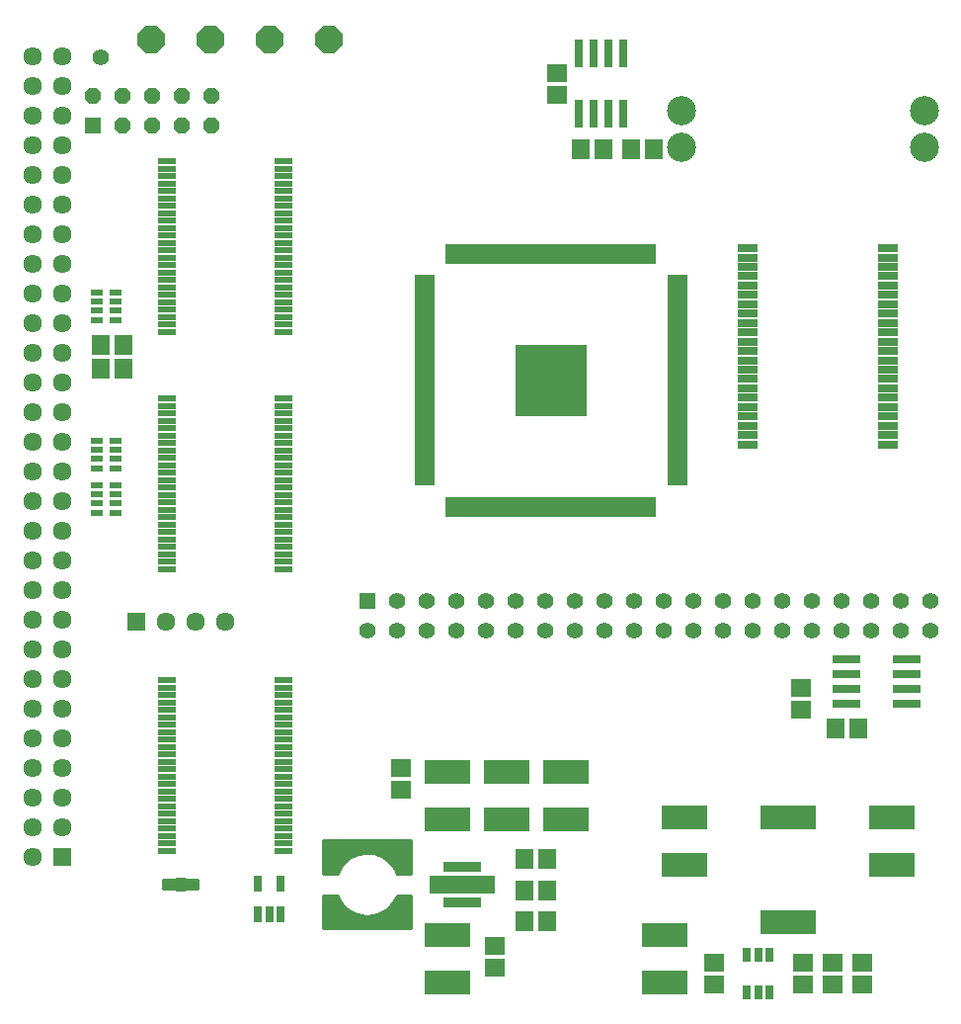
<source format=gts>
G75*
%MOIN*%
%OFA0B0*%
%FSLAX25Y25*%
%IPPOS*%
%LPD*%
%AMOC8*
5,1,8,0,0,1.08239X$1,22.5*
%
%ADD10C,0.09855*%
%ADD11R,0.06706X0.05918*%
%ADD12R,0.15367X0.07887*%
%ADD13R,0.06337X0.06337*%
%ADD14C,0.06337*%
%ADD15R,0.05918X0.02375*%
%ADD16R,0.03162X0.09461*%
%ADD17R,0.07099X0.01981*%
%ADD18R,0.01981X0.07099*%
%ADD19R,0.24000X0.24000*%
%ADD20R,0.03162X0.05131*%
%ADD21R,0.18910X0.07887*%
%ADD22R,0.05918X0.06706*%
%ADD23R,0.06706X0.02572*%
%ADD24R,0.05550X0.05550*%
%ADD25C,0.05550*%
%ADD26OC8,0.05550*%
%ADD27R,0.03937X0.02362*%
%ADD28R,0.02965X0.05524*%
%ADD29R,0.09461X0.03162*%
%ADD30C,0.01580*%
%ADD31OC8,0.09300*%
%ADD32C,0.01000*%
%ADD33R,0.13150X0.03465*%
%ADD34R,0.22000X0.06457*%
D10*
X0264055Y0308701D03*
X0264055Y0320906D03*
X0345945Y0320906D03*
X0345945Y0308701D03*
D11*
X0222000Y0326260D03*
X0222000Y0333740D03*
X0304500Y0126240D03*
X0304500Y0118760D03*
X0169500Y0099240D03*
X0169500Y0091760D03*
X0201000Y0039240D03*
X0201000Y0031760D03*
X0275000Y0033740D03*
X0275000Y0026260D03*
X0305000Y0026260D03*
X0315000Y0026260D03*
X0325000Y0026260D03*
X0325000Y0033740D03*
X0315000Y0033740D03*
X0305000Y0033740D03*
D12*
X0258500Y0026929D03*
X0258500Y0043071D03*
X0265000Y0066429D03*
X0265000Y0082571D03*
X0225000Y0081929D03*
X0205000Y0081929D03*
X0185000Y0081929D03*
X0185000Y0098071D03*
X0205000Y0098071D03*
X0225000Y0098071D03*
X0185000Y0043071D03*
X0185000Y0026929D03*
X0335000Y0066429D03*
X0335000Y0082571D03*
D13*
X0080000Y0148500D03*
X0055000Y0069173D03*
D14*
X0045000Y0069173D03*
X0045000Y0079173D03*
X0055000Y0079173D03*
X0055000Y0089173D03*
X0045000Y0089173D03*
X0045000Y0099173D03*
X0055000Y0099173D03*
X0055000Y0109173D03*
X0045000Y0109173D03*
X0045000Y0119173D03*
X0055000Y0119173D03*
X0055000Y0129173D03*
X0045000Y0129173D03*
X0045000Y0139173D03*
X0055000Y0139173D03*
X0055000Y0149173D03*
X0045000Y0149173D03*
X0045000Y0159173D03*
X0055000Y0159173D03*
X0055000Y0169173D03*
X0045000Y0169173D03*
X0045000Y0179173D03*
X0055000Y0179173D03*
X0055000Y0189173D03*
X0045000Y0189173D03*
X0045000Y0199173D03*
X0055000Y0199173D03*
X0055000Y0209173D03*
X0045000Y0209173D03*
X0045000Y0219173D03*
X0055000Y0219173D03*
X0055000Y0229173D03*
X0045000Y0229173D03*
X0045000Y0239173D03*
X0055000Y0239173D03*
X0055000Y0249173D03*
X0045000Y0249173D03*
X0045000Y0259173D03*
X0055000Y0259173D03*
X0055000Y0269173D03*
X0045000Y0269173D03*
X0045000Y0279173D03*
X0055000Y0279173D03*
X0055000Y0289173D03*
X0045000Y0289173D03*
X0045000Y0299173D03*
X0055000Y0299173D03*
X0055000Y0309173D03*
X0045000Y0309173D03*
X0045000Y0319173D03*
X0055000Y0319173D03*
X0055000Y0329173D03*
X0045000Y0329173D03*
X0045000Y0339173D03*
X0055000Y0339173D03*
X0090000Y0148500D03*
X0100000Y0148500D03*
X0110000Y0148500D03*
D15*
X0090394Y0166250D03*
X0090394Y0168750D03*
X0090394Y0171250D03*
X0090394Y0173750D03*
X0090394Y0176250D03*
X0090394Y0178750D03*
X0090394Y0181250D03*
X0090394Y0183750D03*
X0090394Y0186250D03*
X0090394Y0188750D03*
X0090394Y0191250D03*
X0090394Y0193750D03*
X0090394Y0196250D03*
X0090394Y0198750D03*
X0090394Y0201250D03*
X0090394Y0203750D03*
X0090394Y0206250D03*
X0090394Y0208750D03*
X0090394Y0211250D03*
X0090394Y0213750D03*
X0090394Y0216250D03*
X0090394Y0218750D03*
X0090394Y0221250D03*
X0090394Y0223750D03*
X0090394Y0246250D03*
X0090394Y0248750D03*
X0090394Y0251250D03*
X0090394Y0253750D03*
X0090394Y0256250D03*
X0090394Y0258750D03*
X0090394Y0261250D03*
X0090394Y0263750D03*
X0090394Y0266250D03*
X0090394Y0268750D03*
X0090394Y0271250D03*
X0090394Y0273750D03*
X0090394Y0276250D03*
X0090394Y0278750D03*
X0090394Y0281250D03*
X0090394Y0283750D03*
X0090394Y0286250D03*
X0090394Y0288750D03*
X0090394Y0291250D03*
X0090394Y0293750D03*
X0090394Y0296250D03*
X0090394Y0298750D03*
X0090394Y0301250D03*
X0090394Y0303750D03*
X0129606Y0303750D03*
X0129606Y0301250D03*
X0129606Y0298750D03*
X0129606Y0296250D03*
X0129606Y0293750D03*
X0129606Y0291250D03*
X0129606Y0288750D03*
X0129606Y0286250D03*
X0129606Y0283750D03*
X0129606Y0281250D03*
X0129606Y0278750D03*
X0129606Y0276250D03*
X0129606Y0273750D03*
X0129606Y0271250D03*
X0129606Y0268750D03*
X0129606Y0266250D03*
X0129606Y0263750D03*
X0129606Y0261250D03*
X0129606Y0258750D03*
X0129606Y0256250D03*
X0129606Y0253750D03*
X0129606Y0251250D03*
X0129606Y0248750D03*
X0129606Y0246250D03*
X0129606Y0223750D03*
X0129606Y0221250D03*
X0129606Y0218750D03*
X0129606Y0216250D03*
X0129606Y0213750D03*
X0129606Y0211250D03*
X0129606Y0208750D03*
X0129606Y0206250D03*
X0129606Y0203750D03*
X0129606Y0201250D03*
X0129606Y0198750D03*
X0129606Y0196250D03*
X0129606Y0193750D03*
X0129606Y0191250D03*
X0129606Y0188750D03*
X0129606Y0186250D03*
X0129606Y0183750D03*
X0129606Y0181250D03*
X0129606Y0178750D03*
X0129606Y0176250D03*
X0129606Y0173750D03*
X0129606Y0171250D03*
X0129606Y0168750D03*
X0129606Y0166250D03*
X0129606Y0128750D03*
X0129606Y0126250D03*
X0129606Y0123750D03*
X0129606Y0121250D03*
X0129606Y0118750D03*
X0129606Y0116250D03*
X0129606Y0113750D03*
X0129606Y0111250D03*
X0129606Y0108750D03*
X0129606Y0106250D03*
X0129606Y0103750D03*
X0129606Y0101250D03*
X0129606Y0098750D03*
X0129606Y0096250D03*
X0129606Y0093750D03*
X0129606Y0091250D03*
X0129606Y0088750D03*
X0129606Y0086250D03*
X0129606Y0083750D03*
X0129606Y0081250D03*
X0129606Y0078750D03*
X0129606Y0076250D03*
X0129606Y0073750D03*
X0129606Y0071250D03*
X0090394Y0071250D03*
X0090394Y0073750D03*
X0090394Y0076250D03*
X0090394Y0078750D03*
X0090394Y0081250D03*
X0090394Y0083750D03*
X0090394Y0086250D03*
X0090394Y0088750D03*
X0090394Y0091250D03*
X0090394Y0093750D03*
X0090394Y0096250D03*
X0090394Y0098750D03*
X0090394Y0101250D03*
X0090394Y0103750D03*
X0090394Y0106250D03*
X0090394Y0108750D03*
X0090394Y0111250D03*
X0090394Y0113750D03*
X0090394Y0116250D03*
X0090394Y0118750D03*
X0090394Y0121250D03*
X0090394Y0123750D03*
X0090394Y0126250D03*
X0090394Y0128750D03*
D16*
X0229500Y0319764D03*
X0234500Y0319764D03*
X0239500Y0319764D03*
X0244500Y0319764D03*
X0244500Y0340236D03*
X0239500Y0340236D03*
X0234500Y0340236D03*
X0229500Y0340236D03*
D17*
X0262717Y0264449D03*
X0262717Y0262480D03*
X0262717Y0260512D03*
X0262717Y0258543D03*
X0262717Y0256575D03*
X0262717Y0254606D03*
X0262717Y0252638D03*
X0262717Y0250669D03*
X0262717Y0248701D03*
X0262717Y0246732D03*
X0262717Y0244764D03*
X0262717Y0242795D03*
X0262717Y0240827D03*
X0262717Y0238858D03*
X0262717Y0236890D03*
X0262717Y0234921D03*
X0262717Y0232953D03*
X0262717Y0230984D03*
X0262717Y0229016D03*
X0262717Y0227047D03*
X0262717Y0225079D03*
X0262717Y0223110D03*
X0262717Y0221142D03*
X0262717Y0219173D03*
X0262717Y0217205D03*
X0262717Y0215236D03*
X0262717Y0213268D03*
X0262717Y0211299D03*
X0262717Y0209331D03*
X0262717Y0207362D03*
X0262717Y0205394D03*
X0262717Y0203425D03*
X0262717Y0201457D03*
X0262717Y0199488D03*
X0262717Y0197520D03*
X0262717Y0195551D03*
X0177283Y0195551D03*
X0177283Y0197520D03*
X0177283Y0199488D03*
X0177283Y0201457D03*
X0177283Y0203425D03*
X0177283Y0205394D03*
X0177283Y0207362D03*
X0177283Y0209331D03*
X0177283Y0211299D03*
X0177283Y0213268D03*
X0177283Y0215236D03*
X0177283Y0217205D03*
X0177283Y0219173D03*
X0177283Y0221142D03*
X0177283Y0223110D03*
X0177283Y0225079D03*
X0177283Y0227047D03*
X0177283Y0229016D03*
X0177283Y0230984D03*
X0177283Y0232953D03*
X0177283Y0234921D03*
X0177283Y0236890D03*
X0177283Y0238858D03*
X0177283Y0240827D03*
X0177283Y0242795D03*
X0177283Y0244764D03*
X0177283Y0246732D03*
X0177283Y0248701D03*
X0177283Y0250669D03*
X0177283Y0252638D03*
X0177283Y0254606D03*
X0177283Y0256575D03*
X0177283Y0258543D03*
X0177283Y0260512D03*
X0177283Y0262480D03*
X0177283Y0264449D03*
D18*
X0185551Y0272717D03*
X0187520Y0272717D03*
X0189488Y0272717D03*
X0191457Y0272717D03*
X0193425Y0272717D03*
X0195394Y0272717D03*
X0197362Y0272717D03*
X0199331Y0272717D03*
X0201299Y0272717D03*
X0203268Y0272717D03*
X0205236Y0272717D03*
X0207205Y0272717D03*
X0209173Y0272717D03*
X0211142Y0272717D03*
X0213110Y0272717D03*
X0215079Y0272717D03*
X0217047Y0272717D03*
X0219016Y0272717D03*
X0220984Y0272717D03*
X0222953Y0272717D03*
X0224921Y0272717D03*
X0226890Y0272717D03*
X0228858Y0272717D03*
X0230827Y0272717D03*
X0232795Y0272717D03*
X0234764Y0272717D03*
X0236732Y0272717D03*
X0238701Y0272717D03*
X0240669Y0272717D03*
X0242638Y0272717D03*
X0244606Y0272717D03*
X0246575Y0272717D03*
X0248543Y0272717D03*
X0250512Y0272717D03*
X0252480Y0272717D03*
X0254449Y0272717D03*
X0254449Y0187283D03*
X0252480Y0187283D03*
X0250512Y0187283D03*
X0248543Y0187283D03*
X0246575Y0187283D03*
X0244606Y0187283D03*
X0242638Y0187283D03*
X0240669Y0187283D03*
X0238701Y0187283D03*
X0236732Y0187283D03*
X0234764Y0187283D03*
X0232795Y0187283D03*
X0230827Y0187283D03*
X0228858Y0187283D03*
X0226890Y0187283D03*
X0224921Y0187283D03*
X0222953Y0187283D03*
X0220984Y0187283D03*
X0219016Y0187283D03*
X0217047Y0187283D03*
X0215079Y0187283D03*
X0213110Y0187283D03*
X0211142Y0187283D03*
X0209173Y0187283D03*
X0207205Y0187283D03*
X0205236Y0187283D03*
X0203268Y0187283D03*
X0201299Y0187283D03*
X0199331Y0187283D03*
X0197362Y0187283D03*
X0195394Y0187283D03*
X0193425Y0187283D03*
X0191457Y0187283D03*
X0189488Y0187283D03*
X0187520Y0187283D03*
X0185551Y0187283D03*
D19*
X0220000Y0230000D03*
D20*
X0286260Y0036299D03*
X0290000Y0036299D03*
X0293740Y0036299D03*
X0293740Y0023701D03*
X0290000Y0023701D03*
X0286260Y0023701D03*
D21*
X0300000Y0047283D03*
X0300000Y0082717D03*
D22*
X0316260Y0112500D03*
X0323740Y0112500D03*
X0218740Y0068500D03*
X0211260Y0068500D03*
X0211260Y0058000D03*
X0218740Y0058000D03*
X0218740Y0047500D03*
X0211260Y0047500D03*
X0075740Y0234000D03*
X0068260Y0234000D03*
X0068260Y0242000D03*
X0075740Y0242000D03*
X0230260Y0308000D03*
X0237740Y0308000D03*
X0247260Y0308000D03*
X0254740Y0308000D03*
D23*
X0286413Y0274535D03*
X0286413Y0271386D03*
X0286413Y0268236D03*
X0286413Y0265087D03*
X0286413Y0261937D03*
X0286413Y0258787D03*
X0286413Y0255638D03*
X0286413Y0252488D03*
X0286413Y0249338D03*
X0286413Y0246189D03*
X0286413Y0243039D03*
X0286413Y0239890D03*
X0286413Y0236740D03*
X0286413Y0233590D03*
X0286413Y0230441D03*
X0286413Y0227291D03*
X0286413Y0224142D03*
X0286413Y0220992D03*
X0286413Y0217842D03*
X0286413Y0214693D03*
X0286413Y0211543D03*
X0286413Y0208394D03*
X0333658Y0208394D03*
X0333658Y0211543D03*
X0333658Y0214693D03*
X0333658Y0217842D03*
X0333658Y0220992D03*
X0333658Y0224142D03*
X0333658Y0227291D03*
X0333658Y0230441D03*
X0333658Y0233590D03*
X0333658Y0236740D03*
X0333658Y0239890D03*
X0333658Y0243039D03*
X0333658Y0246189D03*
X0333658Y0249338D03*
X0333658Y0252488D03*
X0333658Y0255638D03*
X0333658Y0258787D03*
X0333658Y0261937D03*
X0333658Y0265087D03*
X0333658Y0268236D03*
X0333658Y0271386D03*
X0333658Y0274535D03*
D24*
X0157953Y0155669D03*
X0065500Y0316000D03*
D25*
X0068000Y0339000D03*
X0167953Y0155669D03*
X0177953Y0155669D03*
X0187953Y0155669D03*
X0197953Y0155669D03*
X0207953Y0155669D03*
X0217953Y0155669D03*
X0227953Y0155669D03*
X0237953Y0155669D03*
X0247953Y0155669D03*
X0257953Y0155669D03*
X0267953Y0155669D03*
X0277953Y0155669D03*
X0287953Y0155669D03*
X0297953Y0155669D03*
X0307953Y0155669D03*
X0317953Y0155669D03*
X0327953Y0155669D03*
X0337953Y0155669D03*
X0347953Y0155669D03*
X0347953Y0145669D03*
X0337953Y0145669D03*
X0327953Y0145669D03*
X0317953Y0145669D03*
X0307953Y0145669D03*
X0297953Y0145669D03*
X0287953Y0145669D03*
X0277953Y0145669D03*
X0267953Y0145669D03*
X0257953Y0145669D03*
X0247953Y0145669D03*
X0237953Y0145669D03*
X0227953Y0145669D03*
X0217953Y0145669D03*
X0207953Y0145669D03*
X0197953Y0145669D03*
X0187953Y0145669D03*
X0177953Y0145669D03*
X0167953Y0145669D03*
X0157953Y0145669D03*
D26*
X0105500Y0316000D03*
X0095500Y0316000D03*
X0095500Y0326000D03*
X0105500Y0326000D03*
X0085500Y0326000D03*
X0075500Y0326000D03*
X0075500Y0316000D03*
X0085500Y0316000D03*
X0065500Y0326000D03*
D27*
X0066850Y0259724D03*
X0066850Y0256575D03*
X0066850Y0253425D03*
X0066850Y0250276D03*
X0073150Y0250276D03*
X0073150Y0253425D03*
X0073150Y0256575D03*
X0073150Y0259724D03*
X0073150Y0209724D03*
X0073150Y0206575D03*
X0073150Y0203425D03*
X0073150Y0200276D03*
X0073150Y0194724D03*
X0073150Y0191575D03*
X0073150Y0188425D03*
X0073150Y0185276D03*
X0066850Y0185276D03*
X0066850Y0188425D03*
X0066850Y0191575D03*
X0066850Y0194724D03*
X0066850Y0200276D03*
X0066850Y0203425D03*
X0066850Y0206575D03*
X0066850Y0209724D03*
D28*
X0121260Y0060118D03*
X0128740Y0060118D03*
X0128740Y0049882D03*
X0125000Y0049882D03*
X0121260Y0049882D03*
D29*
X0319764Y0121000D03*
X0319764Y0126000D03*
X0319764Y0131000D03*
X0319764Y0136000D03*
X0340236Y0136000D03*
X0340236Y0131000D03*
X0340236Y0126000D03*
X0340236Y0121000D03*
D30*
X0089485Y0061185D02*
X0089485Y0058815D01*
X0089485Y0061185D02*
X0092641Y0061185D01*
X0092641Y0058815D01*
X0089485Y0058815D01*
X0089485Y0060394D02*
X0092641Y0060394D01*
X0093815Y0061578D02*
X0093815Y0058422D01*
X0093815Y0061578D02*
X0096185Y0061578D01*
X0096185Y0058422D01*
X0093815Y0058422D01*
X0093815Y0060001D02*
X0096185Y0060001D01*
X0097359Y0061185D02*
X0097359Y0058815D01*
X0097359Y0061185D02*
X0100515Y0061185D01*
X0100515Y0058815D01*
X0097359Y0058815D01*
X0097359Y0060394D02*
X0100515Y0060394D01*
D31*
X0105000Y0345000D03*
X0085000Y0345000D03*
X0125000Y0345000D03*
X0145000Y0345000D03*
D32*
X0143236Y0074764D02*
X0172764Y0074764D01*
X0172764Y0074783D01*
X0172764Y0063740D01*
X0167972Y0063740D01*
X0167858Y0064059D01*
X0167661Y0064512D01*
X0167417Y0064969D01*
X0167126Y0065480D01*
X0166854Y0065949D01*
X0166504Y0066441D01*
X0166236Y0066783D01*
X0165803Y0067291D01*
X0165161Y0067933D01*
X0164469Y0068512D01*
X0163685Y0069020D01*
X0162917Y0069476D01*
X0162287Y0069772D01*
X0161642Y0070016D01*
X0160961Y0070232D01*
X0160232Y0070417D01*
X0159559Y0070551D01*
X0158996Y0070606D01*
X0158417Y0070657D01*
X0157945Y0070646D01*
X0157335Y0070618D01*
X0156547Y0070551D01*
X0155642Y0070398D01*
X0154803Y0070161D01*
X0154043Y0069882D01*
X0153295Y0069563D01*
X0152587Y0069197D01*
X0151894Y0068748D01*
X0151295Y0068291D01*
X0150701Y0067764D01*
X0150122Y0067169D01*
X0149602Y0066571D01*
X0149087Y0065862D01*
X0148622Y0065047D01*
X0148248Y0064323D01*
X0148004Y0063724D01*
X0148004Y0063740D01*
X0143236Y0063740D01*
X0143236Y0074764D01*
X0143236Y0073897D02*
X0172764Y0073897D01*
X0172764Y0072899D02*
X0143236Y0072899D01*
X0143236Y0071900D02*
X0172764Y0071900D01*
X0172764Y0070902D02*
X0143236Y0070902D01*
X0143236Y0069903D02*
X0154101Y0069903D01*
X0152136Y0068905D02*
X0143236Y0068905D01*
X0143236Y0067906D02*
X0150861Y0067906D01*
X0149895Y0066908D02*
X0143236Y0066908D01*
X0143236Y0065909D02*
X0149121Y0065909D01*
X0148552Y0064911D02*
X0143236Y0064911D01*
X0143236Y0063912D02*
X0148081Y0063912D01*
X0148028Y0056260D02*
X0148142Y0055941D01*
X0148339Y0055488D01*
X0148583Y0055031D01*
X0148874Y0054520D01*
X0149146Y0054051D01*
X0149496Y0053559D01*
X0149764Y0053217D01*
X0150197Y0052709D01*
X0150839Y0052067D01*
X0151531Y0051488D01*
X0152315Y0050980D01*
X0153083Y0050524D01*
X0153713Y0050228D01*
X0154358Y0049984D01*
X0155039Y0049768D01*
X0155768Y0049583D01*
X0156441Y0049449D01*
X0157004Y0049394D01*
X0157583Y0049343D01*
X0158055Y0049354D01*
X0158665Y0049382D01*
X0159453Y0049449D01*
X0160358Y0049602D01*
X0161197Y0049839D01*
X0161957Y0050118D01*
X0162705Y0050437D01*
X0163413Y0050803D01*
X0164106Y0051252D01*
X0164705Y0051709D01*
X0165299Y0052236D01*
X0165878Y0052831D01*
X0166398Y0053429D01*
X0166913Y0054138D01*
X0167378Y0054953D01*
X0167752Y0055677D01*
X0167996Y0056276D01*
X0167996Y0056260D01*
X0172764Y0056260D01*
X0172764Y0045236D01*
X0143236Y0045236D01*
X0143236Y0045217D01*
X0143236Y0056260D01*
X0148028Y0056260D01*
X0148149Y0055924D02*
X0143236Y0055924D01*
X0143236Y0054926D02*
X0148643Y0054926D01*
X0149234Y0053927D02*
X0143236Y0053927D01*
X0143236Y0052929D02*
X0150009Y0052929D01*
X0151002Y0051930D02*
X0143236Y0051930D01*
X0143236Y0050932D02*
X0152397Y0050932D01*
X0154519Y0049933D02*
X0143236Y0049933D01*
X0143236Y0048934D02*
X0172764Y0048934D01*
X0172764Y0047936D02*
X0143236Y0047936D01*
X0143236Y0046937D02*
X0172764Y0046937D01*
X0172764Y0045939D02*
X0143236Y0045939D01*
X0161454Y0049933D02*
X0172764Y0049933D01*
X0172764Y0050932D02*
X0163612Y0050932D01*
X0164954Y0051930D02*
X0172764Y0051930D01*
X0172764Y0052929D02*
X0165963Y0052929D01*
X0166760Y0053927D02*
X0172764Y0053927D01*
X0172764Y0054926D02*
X0167362Y0054926D01*
X0167853Y0055924D02*
X0172764Y0055924D01*
X0172764Y0063912D02*
X0167911Y0063912D01*
X0167448Y0064911D02*
X0172764Y0064911D01*
X0172764Y0065909D02*
X0166877Y0065909D01*
X0166130Y0066908D02*
X0172764Y0066908D01*
X0172764Y0067906D02*
X0165188Y0067906D01*
X0163862Y0068905D02*
X0172764Y0068905D01*
X0172764Y0069903D02*
X0161939Y0069903D01*
D33*
X0190000Y0065945D03*
X0190000Y0054055D03*
D34*
X0190000Y0060000D03*
M02*

</source>
